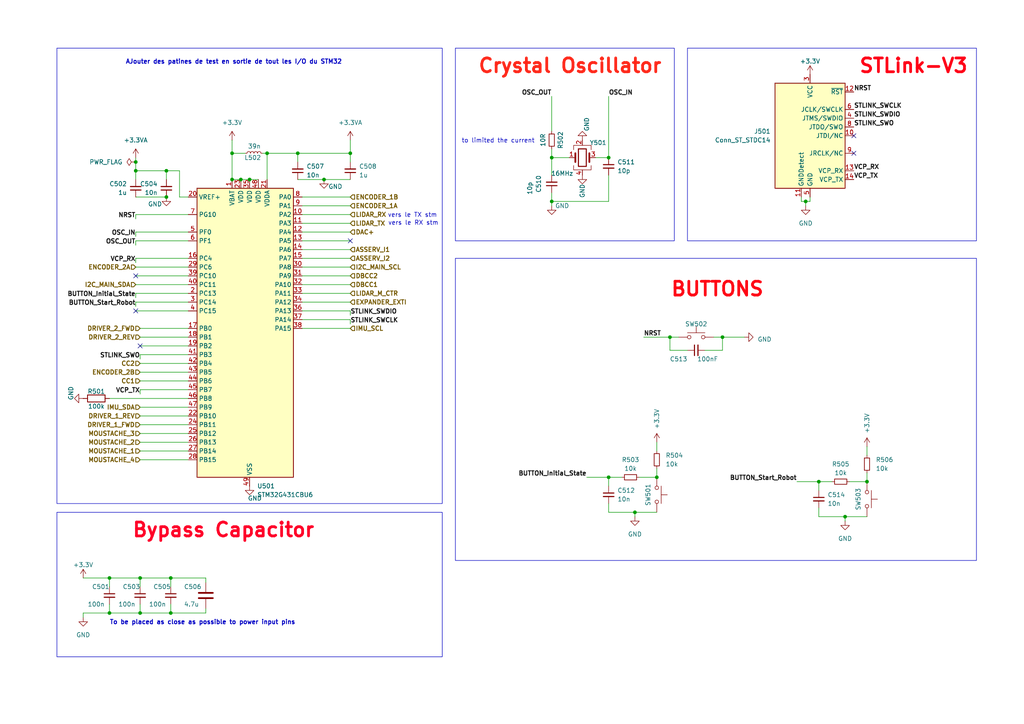
<source format=kicad_sch>
(kicad_sch (version 20231120) (generator "eeschema") (generator_version "8.0")
  (paper "A4")
  (lib_symbols
    (symbol "+3.3V_1" (power) (pin_numbers hide) (pin_names (offset 0) hide)
      (property "Value" "+3.3V" (at 0 3.556 0))
      (symbol "+3.3V_1_0_1"
        (polyline (pts (xy -0.762 1.27) (xy 0 2.54)))
        (polyline (pts (xy 0 0) (xy 0 2.54)))
        (polyline (pts (xy 0 2.54) (xy 0.762 1.27)))
      )
      (symbol "+3.3V_1_1_1"
        (pin power_in line (at 0 0 90) (length 0) (name "~") (number "1"))
      )
    )
    (symbol "Connector:Conn_ST_STDC14"
      (property "Reference" "J" (at -8.89 16.51 0))
      (property "Value" "Conn_ST_STDC14" (at 17.78 16.51 0))
      (symbol "Conn_ST_STDC14_0_1"
        (rectangle (start -10.16 15.24) (end 10.16 -15.24) (stroke (width 0.254)) (fill (type background)))
      )
      (symbol "Conn_ST_STDC14_1_1"
        (pin no_connect line (at -10.16 5.08 0) (length 2.54) hide (name "NC") (number "1"))
        (pin output line (at 12.7 0 180) (length 2.54) (name "JTDI/NC") (number "10"))
        (pin passive line (at -2.54 -17.78 90) (length 2.54) (name "GNDDetect") (number "11"))
        (pin open_collector line (at 12.7 12.7 180) (length 2.54) (name "~{RST}") (number "12"))
        (pin output line (at 12.7 -10.16 180) (length 2.54) (name "VCP_RX") (number "13"))
        (pin input line (at 12.7 -12.7 180) (length 2.54) (name "VCP_TX") (number "14"))
        (pin no_connect line (at -10.16 2.54 0) (length 2.54) hide (name "NC") (number "2"))
        (pin power_in line (at 0 17.78 270) (length 2.54) (name "VCC") (number "3"))
        (pin bidirectional line (at 12.7 5.08 180) (length 2.54) (name "JTMS/SWDIO") (number "4"))
        (pin power_in line (at 0 -17.78 90) (length 2.54) (name "GND") (number "5"))
        (pin output line (at 12.7 7.62 180) (length 2.54) (name "JCLK/SWCLK") (number "6"))
        (pin passive line (at 0 -17.78 90) (length 2.54) hide (name "GND") (number "7"))
        (pin input line (at 12.7 2.54 180) (length 2.54) (name "JTDO/SWO") (number "8"))
        (pin input line (at 12.7 -5.08 180) (length 2.54) (name "JRCLK/NC") (number "9"))
      )
    )
    (symbol "Device:C" (pin_numbers hide) (pin_names (offset 0.254))
      (property "Reference" "C" (at 0.635 2.54 0))
      (property "Value" "C" (at 0.635 -2.54 0))
      (symbol "C_0_1"
        (polyline (pts (xy -2.032 -0.762) (xy 2.032 -0.762)) (stroke (width 0.508)))
        (polyline (pts (xy -2.032 0.762) (xy 2.032 0.762)) (stroke (width 0.508)))
      )
      (symbol "C_1_1"
        (pin passive line (at 0 3.81 270) (length 2.794) (name "~") (number "1"))
        (pin passive line (at 0 -3.81 90) (length 2.794) (name "~") (number "2"))
      )
    )
    (symbol "Device:C_Small" (pin_numbers hide) (pin_names (offset 0.254) hide)
      (property "Reference" "C" (at 0.254 1.778 0))
      (property "Value" "C_Small" (at 0.254 -2.032 0))
      (symbol "C_Small_0_1"
        (polyline (pts (xy -1.524 -0.508) (xy 1.524 -0.508)) (stroke (width 0.3302)))
        (polyline (pts (xy -1.524 0.508) (xy 1.524 0.508)) (stroke (width 0.3048)))
      )
      (symbol "C_Small_1_1"
        (pin passive line (at 0 2.54 270) (length 2.032) (name "~") (number "1"))
        (pin passive line (at 0 -2.54 90) (length 2.032) (name "~") (number "2"))
      )
    )
    (symbol "Device:Crystal_GND24" (pin_names (offset 1.016) hide)
      (property "Reference" "Y" (at 3.175 5.08 0))
      (property "Value" "Crystal_GND24" (at 3.175 3.175 0))
      (symbol "Crystal_GND24_0_1"
        (rectangle (start -1.143 2.54) (end 1.143 -2.54) (stroke (width 0.3048)))
        (polyline (pts (xy -2.54 0) (xy -2.032 0)))
        (polyline (pts (xy -2.032 -1.27) (xy -2.032 1.27)) (stroke (width 0.508)))
        (polyline (pts (xy 0 -3.81) (xy 0 -3.556)))
        (polyline (pts (xy 0 3.556) (xy 0 3.81)))
        (polyline (pts (xy 2.032 -1.27) (xy 2.032 1.27)) (stroke (width 0.508)))
        (polyline (pts (xy 2.032 0) (xy 2.54 0)))
        (polyline (pts (xy -2.54 -2.286) (xy -2.54 -3.556) (xy 2.54 -3.556) (xy 2.54 -2.286)))
        (polyline (pts (xy -2.54 2.286) (xy -2.54 3.556) (xy 2.54 3.556) (xy 2.54 2.286)))
      )
      (symbol "Crystal_GND24_1_1"
        (pin passive line (at -3.81 0 0) (length 1.27) (name "1") (number "1"))
        (pin passive line (at 0 5.08 270) (length 1.27) (name "2") (number "2"))
        (pin passive line (at 3.81 0 180) (length 1.27) (name "3") (number "3"))
        (pin passive line (at 0 -5.08 90) (length 1.27) (name "4") (number "4"))
      )
    )
    (symbol "Device:L_Small" (pin_numbers hide) (pin_names (offset 0.254) hide)
      (property "Reference" "L" (at 0.762 1.016 0))
      (property "Value" "L_Small" (at 0.762 -1.016 0))
      (symbol "L_Small_0_1"
        (arc (start 0 -2.032) (mid 0.5058 -1.524) (end 0 -1.016))
        (arc (start 0 -1.016) (mid 0.5058 -0.508) (end 0 0))
        (arc (start 0 0) (mid 0.5058 0.508) (end 0 1.016))
        (arc (start 0 1.016) (mid 0.5058 1.524) (end 0 2.032))
      )
      (symbol "L_Small_1_1"
        (pin passive line (at 0 2.54 270) (length 0.508) (name "~") (number "1"))
        (pin passive line (at 0 -2.54 90) (length 0.508) (name "~") (number "2"))
      )
    )
    (symbol "Device:R" (pin_numbers hide) (pin_names (offset 0))
      (property "Reference" "R" (at 2.032 0 90))
      (property "Value" "R" (at 0 0 90))
      (symbol "R_0_1"
        (rectangle (start -1.016 -2.54) (end 1.016 2.54) (stroke (width 0.254)))
      )
      (symbol "R_1_1"
        (pin passive line (at 0 3.81 270) (length 1.27) (name "~") (number "1"))
        (pin passive line (at 0 -3.81 90) (length 1.27) (name "~") (number "2"))
      )
    )
    (symbol "Device:R_Small" (pin_numbers hide) (pin_names (offset 0.254) hide)
      (property "Reference" "R" (at 0.762 0.508 0))
      (property "Value" "R_Small" (at 0.762 -1.016 0))
      (symbol "R_Small_0_1"
        (rectangle (start -0.762 1.778) (end 0.762 -1.778) (stroke (width 0.2032)))
      )
      (symbol "R_Small_1_1"
        (pin passive line (at 0 2.54 270) (length 0.762) (name "~") (number "1"))
        (pin passive line (at 0 -2.54 90) (length 0.762) (name "~") (number "2"))
      )
    )
    (symbol "GND_1" (power) (pin_numbers hide) (pin_names (offset 0) hide)
      (property "Value" "GND" (at 0 -3.81 0))
      (symbol "GND_1_0_1"
        (polyline (pts (xy 0 0) (xy 0 -1.27) (xy 1.27 -1.27) (xy 0 -2.54) (xy -1.27 -1.27) (xy 0 -1.27)))
      )
      (symbol "GND_1_1_1"
        (pin power_in line (at 0 0 270) (length 0) (name "~") (number "1"))
      )
    )
    (symbol "GND_2" (power) (pin_numbers hide) (pin_names (offset 0) hide)
      (property "Value" "GND" (at 0 -3.81 0))
      (symbol "GND_2_0_1"
        (polyline (pts (xy 0 0) (xy 0 -1.27) (xy 1.27 -1.27) (xy 0 -2.54) (xy -1.27 -1.27) (xy 0 -1.27)))
      )
      (symbol "GND_2_1_1"
        (pin power_in line (at 0 0 270) (length 0) (name "~") (number "1"))
      )
    )
    (symbol "MCU_ST_STM32G4:STM32G431CBUx"
      (property "Reference" "U" (at -12.7 44.45 0))
      (property "Value" "STM32G431CBUx" (at 10.16 44.45 0))
      (symbol "STM32G431CBUx_0_1"
        (rectangle (start -12.7 -40.64) (end 15.24 43.18) (stroke (width 0.254)) (fill (type background)))
      )
      (symbol "STM32G431CBUx_1_1"
        (pin power_in line (at -2.54 45.72 270) (length 2.54) (name "VBAT") (number "1"))
        (pin bidirectional line (at 17.78 35.56 180) (length 2.54) (name "PA2") (number "10"))
        (pin bidirectional line (at 17.78 33.02 180) (length 2.54) (name "PA3") (number "11"))
        (pin bidirectional line (at 17.78 30.48 180) (length 2.54) (name "PA4") (number "12"))
        (pin bidirectional line (at 17.78 27.94 180) (length 2.54) (name "PA5") (number "13"))
        (pin bidirectional line (at 17.78 25.4 180) (length 2.54) (name "PA6") (number "14"))
        (pin bidirectional line (at 17.78 22.86 180) (length 2.54) (name "PA7") (number "15"))
        (pin bidirectional line (at -15.24 22.86 0) (length 2.54) (name "PC4") (number "16"))
        (pin bidirectional line (at -15.24 2.54 0) (length 2.54) (name "PB0") (number "17"))
        (pin bidirectional line (at -15.24 0 0) (length 2.54) (name "PB1") (number "18"))
        (pin bidirectional line (at -15.24 -2.54 0) (length 2.54) (name "PB2") (number "19"))
        (pin bidirectional line (at -15.24 12.7 0) (length 2.54) (name "PC13") (number "2"))
        (pin input line (at -15.24 40.64 0) (length 2.54) (name "VREF+") (number "20"))
        (pin power_in line (at 7.62 45.72 270) (length 2.54) (name "VDDA") (number "21"))
        (pin bidirectional line (at -15.24 -22.86 0) (length 2.54) (name "PB10") (number "22"))
        (pin power_in line (at 0 45.72 270) (length 2.54) (name "VDD") (number "23"))
        (pin bidirectional line (at -15.24 -25.4 0) (length 2.54) (name "PB11") (number "24"))
        (pin bidirectional line (at -15.24 -27.94 0) (length 2.54) (name "PB12") (number "25"))
        (pin bidirectional line (at -15.24 -30.48 0) (length 2.54) (name "PB13") (number "26"))
        (pin bidirectional line (at -15.24 -33.02 0) (length 2.54) (name "PB14") (number "27"))
        (pin bidirectional line (at -15.24 -35.56 0) (length 2.54) (name "PB15") (number "28"))
        (pin bidirectional line (at -15.24 20.32 0) (length 2.54) (name "PC6") (number "29"))
        (pin bidirectional line (at -15.24 10.16 0) (length 2.54) (name "PC14") (number "3"))
        (pin bidirectional line (at 17.78 20.32 180) (length 2.54) (name "PA8") (number "30"))
        (pin bidirectional line (at 17.78 17.78 180) (length 2.54) (name "PA9") (number "31"))
        (pin bidirectional line (at 17.78 15.24 180) (length 2.54) (name "PA10") (number "32"))
        (pin bidirectional line (at 17.78 12.7 180) (length 2.54) (name "PA11") (number "33"))
        (pin bidirectional line (at 17.78 10.16 180) (length 2.54) (name "PA12") (number "34"))
        (pin power_in line (at 2.54 45.72 270) (length 2.54) (name "VDD") (number "35"))
        (pin bidirectional line (at 17.78 7.62 180) (length 2.54) (name "PA13") (number "36"))
        (pin bidirectional line (at 17.78 5.08 180) (length 2.54) (name "PA14") (number "37"))
        (pin bidirectional line (at 17.78 2.54 180) (length 2.54) (name "PA15") (number "38"))
        (pin bidirectional line (at -15.24 17.78 0) (length 2.54) (name "PC10") (number "39"))
        (pin bidirectional line (at -15.24 7.62 0) (length 2.54) (name "PC15") (number "4"))
        (pin bidirectional line (at -15.24 15.24 0) (length 2.54) (name "PC11") (number "40"))
        (pin bidirectional line (at -15.24 -5.08 0) (length 2.54) (name "PB3") (number "41"))
        (pin bidirectional line (at -15.24 -7.62 0) (length 2.54) (name "PB4") (number "42"))
        (pin bidirectional line (at -15.24 -10.16 0) (length 2.54) (name "PB5") (number "43"))
        (pin bidirectional line (at -15.24 -12.7 0) (length 2.54) (name "PB6") (number "44"))
        (pin bidirectional line (at -15.24 -15.24 0) (length 2.54) (name "PB7") (number "45"))
        (pin bidirectional line (at -15.24 -17.78 0) (length 2.54) (name "PB8") (number "46"))
        (pin bidirectional line (at -15.24 -20.32 0) (length 2.54) (name "PB9") (number "47"))
        (pin power_in line (at 5.08 45.72 270) (length 2.54) (name "VDD") (number "48"))
        (pin power_in line (at 2.54 -43.18 90) (length 2.54) (name "VSS") (number "49"))
        (pin bidirectional line (at -15.24 30.48 0) (length 2.54) (name "PF0") (number "5"))
        (pin bidirectional line (at -15.24 27.94 0) (length 2.54) (name "PF1") (number "6"))
        (pin bidirectional line (at -15.24 35.56 0) (length 2.54) (name "PG10") (number "7"))
        (pin bidirectional line (at 17.78 40.64 180) (length 2.54) (name "PA0") (number "8"))
        (pin bidirectional line (at 17.78 38.1 180) (length 2.54) (name "PA1") (number "9"))
      )
    )
    (symbol "Switch:SW_Push" (pin_numbers hide) (pin_names (offset 1.016) hide)
      (property "Reference" "SW" (at 1.27 2.54 0))
      (property "Value" "SW_Push" (at 0 -1.524 0))
      (symbol "SW_Push_0_1"
        (circle (center -2.032 0) (radius 0.508))
        (polyline (pts (xy 0 1.27) (xy 0 3.048)))
        (polyline (pts (xy 2.54 1.27) (xy -2.54 1.27)))
        (circle (center 2.032 0) (radius 0.508))
        (pin passive line (at -5.08 0 0) (length 2.54) (name "1") (number "1"))
        (pin passive line (at 5.08 0 180) (length 2.54) (name "2") (number "2"))
      )
    )
    (symbol "power:+3.3V" (power) (pin_names (offset 0))
      (property "Value" "+3.3V" (at 0 3.556 0))
      (symbol "+3.3V_0_1"
        (polyline (pts (xy -0.762 1.27) (xy 0 2.54)))
        (polyline (pts (xy 0 0) (xy 0 2.54)))
        (polyline (pts (xy 0 2.54) (xy 0.762 1.27)))
      )
      (symbol "+3.3V_1_1"
        (pin power_in line (at 0 0 90) (length 0) hide (name "+3.3V") (number "1"))
      )
    )
    (symbol "power:+3.3VA" (power) (pin_numbers hide) (pin_names (offset 0) hide)
      (property "Value" "+3.3VA" (at 0 3.556 0))
      (symbol "+3.3VA_0_1"
        (polyline (pts (xy -0.762 1.27) (xy 0 2.54)))
        (polyline (pts (xy 0 0) (xy 0 2.54)))
        (polyline (pts (xy 0 2.54) (xy 0.762 1.27)))
      )
      (symbol "+3.3VA_1_1"
        (pin power_in line (at 0 0 90) (length 0) (name "~") (number "1"))
      )
    )
    (symbol "power:GND" (power) (pin_names (offset 0))
      (property "Value" "GND" (at 0 -3.81 0))
      (symbol "GND_0_1"
        (polyline (pts (xy 0 0) (xy 0 -1.27) (xy 1.27 -1.27) (xy 0 -2.54) (xy -1.27 -1.27) (xy 0 -1.27)))
      )
      (symbol "GND_1_1"
        (pin power_in line (at 0 0 270) (length 0) hide (name "GND") (number "1"))
      )
    )
    (symbol "power:PWR_FLAG" (power) (pin_numbers hide) (pin_names (offset 0) hide)
      (property "Value" "PWR_FLAG" (at 0 3.81 0))
      (symbol "PWR_FLAG_0_0"
        (pin power_out line (at 0 0 90) (length 0) (name "~") (number "1"))
      )
      (symbol "PWR_FLAG_0_1"
        (polyline (pts (xy 0 0) (xy 0 1.27) (xy -1.016 1.905) (xy 0 2.54) (xy 1.016 1.905) (xy 0 1.27)))
      )
    )
  )
  (junction (at 72.39 52.07))
  (junction (at 39.37 46.99))
  (junction (at 31.75 167.64))
  (junction (at 67.31 44.45))
  (junction (at 48.26 57.15))
  (junction (at 93.98 52.07))
  (junction (at 194.31 97.79))
  (junction (at 77.47 44.45))
  (junction (at 31.75 177.8))
  (junction (at 245.11 149.86))
  (junction (at 233.68 58.42))
  (junction (at 48.26 49.53))
  (junction (at 49.53 177.8))
  (junction (at 251.46 139.7))
  (junction (at 209.55 97.79))
  (junction (at 160.02 58.42))
  (junction (at 237.49 139.7))
  (junction (at 86.36 44.45))
  (junction (at 69.85 52.07))
  (junction (at 40.64 167.64))
  (junction (at 101.6 44.45))
  (junction (at 184.15 148.59))
  (junction (at 40.64 177.8))
  (junction (at 67.31 52.07))
  (junction (at 49.53 167.64))
  (junction (at 190.5 138.43))
  (junction (at 160.02 45.72))
  (junction (at 176.53 138.43))
  (junction (at 39.37 49.53))
  (junction (at 176.53 45.72))
  (no_connect (at 247.65 44.45))
  (no_connect (at 39.37 90.17))
  (no_connect (at 39.37 80.01))
  (no_connect (at 247.65 39.37))
  (no_connect (at 101.6 69.85))
  (no_connect (at 40.64 100.33))
  (wire (pts (xy 232.41 58.42) (xy 233.68 58.42)))
  (wire (pts (xy 39.37 67.31) (xy 54.61 67.31)))
  (wire (pts (xy 40.64 123.19) (xy 54.61 123.19)))
  (wire (pts (xy 39.37 69.85) (xy 54.61 69.85)))
  (wire (pts (xy 87.63 72.39) (xy 101.6 72.39)))
  (wire (pts (xy 234.95 58.42) (xy 233.68 58.42)))
  (wire (pts (xy 39.37 80.01) (xy 54.61 80.01)))
  (wire (pts (xy 52.07 57.15) (xy 52.07 49.53)))
  (wire (pts (xy 160.02 27.94) (xy 160.02 38.1)))
  (wire (pts (xy 87.63 82.55) (xy 101.6 82.55)))
  (wire (pts (xy 101.6 40.64) (xy 101.6 44.45)))
  (wire (pts (xy 209.55 97.79) (xy 207.01 97.79)))
  (wire (pts (xy 209.55 97.79) (xy 215.9 97.79)))
  (wire (pts (xy 40.64 118.11) (xy 54.61 118.11)))
  (wire (pts (xy 39.37 77.47) (xy 54.61 77.47)))
  (wire (pts (xy 176.53 138.43) (xy 176.53 140.97)))
  (wire (pts (xy 40.64 97.79) (xy 54.61 97.79)))
  (wire (pts (xy 39.37 46.99) (xy 39.37 49.53)))
  (wire (pts (xy 160.02 58.42) (xy 176.53 58.42)))
  (wire (pts (xy 49.53 177.8) (xy 49.53 175.26)))
  (wire (pts (xy 24.13 177.8) (xy 31.75 177.8)))
  (wire (pts (xy 87.63 90.17) (xy 101.6 90.17)))
  (wire (pts (xy 233.68 58.42) (xy 233.68 59.69)))
  (wire (pts (xy 87.63 59.69) (xy 101.6 59.69)))
  (wire (pts (xy 40.64 177.8) (xy 49.53 177.8)))
  (wire (pts (xy 87.63 92.71) (xy 101.6 92.71)))
  (wire (pts (xy 185.42 138.43) (xy 190.5 138.43)))
  (wire (pts (xy 176.53 27.94) (xy 176.53 45.72)))
  (wire (pts (xy 160.02 45.72) (xy 160.02 43.18)))
  (wire (pts (xy 176.53 138.43) (xy 180.34 138.43)))
  (wire (pts (xy 40.64 95.25) (xy 54.61 95.25)))
  (wire (pts (xy 184.15 149.86) (xy 184.15 148.59)))
  (wire (pts (xy 231.14 139.7) (xy 237.49 139.7)))
  (wire (pts (xy 87.63 77.47) (xy 101.6 77.47)))
  (wire (pts (xy 87.63 69.85) (xy 101.6 69.85)))
  (wire (pts (xy 39.37 68.58) (xy 39.37 67.31)))
  (wire (pts (xy 165.1 45.72) (xy 160.02 45.72)))
  (wire (pts (xy 172.72 45.72) (xy 176.53 45.72)))
  (wire (pts (xy 40.64 104.14) (xy 40.64 102.87)))
  (wire (pts (xy 40.64 105.41) (xy 54.61 105.41)))
  (wire (pts (xy 39.37 87.63) (xy 54.61 87.63)))
  (wire (pts (xy 87.63 64.77) (xy 101.6 64.77)))
  (wire (pts (xy 40.64 107.95) (xy 54.61 107.95)))
  (wire (pts (xy 39.37 52.07) (xy 39.37 49.53)))
  (wire (pts (xy 40.64 113.03) (xy 40.64 114.3)))
  (wire (pts (xy 194.31 101.6) (xy 194.31 97.79)))
  (wire (pts (xy 196.85 97.79) (xy 194.31 97.79)))
  (wire (pts (xy 40.64 128.27) (xy 54.61 128.27)))
  (wire (pts (xy 49.53 167.64) (xy 40.64 167.64)))
  (wire (pts (xy 59.69 176.53) (xy 59.69 177.8)))
  (wire (pts (xy 93.98 52.07) (xy 101.6 52.07)))
  (wire (pts (xy 72.39 52.07) (xy 74.93 52.07)))
  (wire (pts (xy 67.31 44.45) (xy 71.12 44.45)))
  (wire (pts (xy 87.63 85.09) (xy 101.6 85.09)))
  (wire (pts (xy 67.31 40.64) (xy 67.31 44.45)))
  (wire (pts (xy 190.5 128.27) (xy 190.5 130.81)))
  (wire (pts (xy 24.13 167.64) (xy 31.75 167.64)))
  (wire (pts (xy 48.26 57.15) (xy 39.37 57.15)))
  (wire (pts (xy 31.75 167.64) (xy 40.64 167.64)))
  (wire (pts (xy 40.64 167.64) (xy 40.64 170.18)))
  (wire (pts (xy 101.6 93.98) (xy 101.6 92.71)))
  (wire (pts (xy 69.85 52.07) (xy 72.39 52.07)))
  (wire (pts (xy 31.75 177.8) (xy 40.64 177.8)))
  (wire (pts (xy 160.02 45.72) (xy 160.02 50.8)))
  (wire (pts (xy 49.53 170.18) (xy 49.53 167.64)))
  (wire (pts (xy 39.37 85.09) (xy 54.61 85.09)))
  (wire (pts (xy 39.37 71.12) (xy 39.37 69.85)))
  (wire (pts (xy 52.07 49.53) (xy 48.26 49.53)))
  (wire (pts (xy 234.95 58.42) (xy 234.95 57.15)))
  (wire (pts (xy 176.53 148.59) (xy 184.15 148.59)))
  (wire (pts (xy 86.36 44.45) (xy 86.36 46.99)))
  (wire (pts (xy 40.64 120.65) (xy 54.61 120.65)))
  (wire (pts (xy 176.53 146.05) (xy 176.53 148.59)))
  (wire (pts (xy 39.37 62.23) (xy 39.37 63.5)))
  (wire (pts (xy 246.38 139.7) (xy 251.46 139.7)))
  (wire (pts (xy 170.18 138.43) (xy 176.53 138.43)))
  (wire (pts (xy 67.31 44.45) (xy 67.31 52.07)))
  (wire (pts (xy 31.75 167.64) (xy 31.75 170.18)))
  (wire (pts (xy 245.11 151.13) (xy 245.11 149.86)))
  (wire (pts (xy 40.64 110.49) (xy 54.61 110.49)))
  (wire (pts (xy 67.31 52.07) (xy 69.85 52.07)))
  (wire (pts (xy 160.02 55.88) (xy 160.02 58.42)))
  (wire (pts (xy 39.37 74.93) (xy 39.37 76.2)))
  (wire (pts (xy 31.75 175.26) (xy 31.75 177.8)))
  (wire (pts (xy 39.37 87.63) (xy 39.37 88.9)))
  (wire (pts (xy 237.49 139.7) (xy 241.3 139.7)))
  (wire (pts (xy 40.64 113.03) (xy 54.61 113.03)))
  (wire (pts (xy 24.13 177.8) (xy 24.13 179.07)))
  (wire (pts (xy 101.6 91.44) (xy 101.6 90.17)))
  (wire (pts (xy 209.55 101.6) (xy 209.55 97.79)))
  (wire (pts (xy 176.53 50.8) (xy 176.53 58.42)))
  (wire (pts (xy 86.36 44.45) (xy 101.6 44.45)))
  (wire (pts (xy 39.37 85.09) (xy 39.37 86.36)))
  (wire (pts (xy 40.64 100.33) (xy 54.61 100.33)))
  (wire (pts (xy 87.63 95.25) (xy 101.6 95.25)))
  (wire (pts (xy 39.37 45.72) (xy 39.37 46.99)))
  (wire (pts (xy 199.39 101.6) (xy 194.31 101.6)))
  (wire (pts (xy 40.64 125.73) (xy 54.61 125.73)))
  (wire (pts (xy 40.64 175.26) (xy 40.64 177.8)))
  (wire (pts (xy 76.2 44.45) (xy 77.47 44.45)))
  (wire (pts (xy 87.63 67.31) (xy 101.6 67.31)))
  (wire (pts (xy 31.75 115.57) (xy 54.61 115.57)))
  (wire (pts (xy 39.37 82.55) (xy 54.61 82.55)))
  (wire (pts (xy 237.49 149.86) (xy 245.11 149.86)))
  (wire (pts (xy 87.63 62.23) (xy 101.6 62.23)))
  (wire (pts (xy 237.49 139.7) (xy 237.49 142.24)))
  (wire (pts (xy 39.37 90.17) (xy 54.61 90.17)))
  (wire (pts (xy 86.36 52.07) (xy 93.98 52.07)))
  (wire (pts (xy 39.37 62.23) (xy 54.61 62.23)))
  (wire (pts (xy 59.69 167.64) (xy 49.53 167.64)))
  (wire (pts (xy 101.6 46.99) (xy 101.6 44.45)))
  (wire (pts (xy 190.5 135.89) (xy 190.5 138.43)))
  (wire (pts (xy 237.49 147.32) (xy 237.49 149.86)))
  (wire (pts (xy 87.63 87.63) (xy 101.6 87.63)))
  (wire (pts (xy 59.69 167.64) (xy 59.69 168.91)))
  (wire (pts (xy 251.46 129.54) (xy 251.46 132.08)))
  (wire (pts (xy 160.02 58.42) (xy 160.02 59.69)))
  (wire (pts (xy 59.69 177.8) (xy 49.53 177.8)))
  (wire (pts (xy 77.47 44.45) (xy 86.36 44.45)))
  (wire (pts (xy 48.26 49.53) (xy 48.26 52.07)))
  (wire (pts (xy 77.47 44.45) (xy 77.47 52.07)))
  (wire (pts (xy 87.63 80.01) (xy 101.6 80.01)))
  (wire (pts (xy 204.47 101.6) (xy 209.55 101.6)))
  (wire (pts (xy 40.64 130.81) (xy 54.61 130.81)))
  (wire (pts (xy 48.26 49.53) (xy 39.37 49.53)))
  (wire (pts (xy 87.63 57.15) (xy 101.6 57.15)))
  (wire (pts (xy 52.07 57.15) (xy 54.61 57.15)))
  (wire (pts (xy 87.63 74.93) (xy 101.6 74.93)))
  (wire (pts (xy 194.31 97.79) (xy 186.69 97.79)))
  (wire (pts (xy 251.46 137.16) (xy 251.46 139.7)))
  (wire (pts (xy 40.64 133.35) (xy 54.61 133.35)))
  (wire (pts (xy 232.41 58.42) (xy 232.41 57.15)))
  (wire (pts (xy 245.11 149.86) (xy 251.46 149.86)))
  (wire (pts (xy 184.15 148.59) (xy 190.5 148.59)))
  (wire (pts (xy 40.64 102.87) (xy 54.61 102.87)))
  (wire (pts (xy 39.37 74.93) (xy 54.61 74.93)))
  (rectangle (start 16.51 148.59) (end 128.27 190.5))
  (rectangle (start 199.39 13.97) (end 283.21 69.85))
  (rectangle (start 16.51 13.97) (end 128.27 146.05))
  (rectangle (start 132.08 74.93) (end 283.21 162.56))
  (rectangle (start 132.08 13.97) (end 195.58 69.85))
  (text "Bypass Capacitor" (at 38.1 156.21 0) (effects (font (size 4 4) (thickness 0.8) (bold yes)) (justify left bottom)))
  (text "to limited the current \n" (at 133.858 41.656 0) (effects (font (size 1.27 1.27)) (justify left bottom)))
  (text "vers le TX stm\n" (at 119.634 62.484 0) (effects (font (size 1.27 1.27))))
  (text "vers le RX stm\n" (at 119.888 64.77 0) (effects (font (size 1.27 1.27))))
  (text "BUTTONS" (at 194.31 86.36 0) (effects (font (size 4 4) (bold yes)) (justify left bottom)))
  (text "AJouter des patines de test en sortie de tout les I/O du STM32\n" (at 67.818 18.034 0) (effects (font (size 1.27 1.27) (thickness 0.254) (bold yes))))
  (text "To be placed as close as possible to power input pins\n\n\n" (at 31.75 185.42 0) (effects (font (size 1.27 1.27) (bold yes)) (justify left bottom)))
  (text "Crystal Oscillator" (at 138.43 21.59 0) (effects (font (size 4 4) (thickness 0.8) (bold yes)) (justify left bottom)))
  (text "STLink-V3\n" (at 248.92 21.59 0) (effects (font (size 4 4) (bold yes)) (justify left bottom)))
  (label "NRST" (at 39.37 63.5 180) (effects (font (thickness 0.254) (bold yes))))
  (label "VCP_RX" (at 39.37 76.2 180) (effects (font (thickness 0.254) (bold yes))))
  (label "NRST" (at 247.65 26.67 0) (effects (font (bold yes))))
  (label "BUTTON_Start_Robot" (at 231.14 139.7 180) (effects (font (bold yes))))
  (label "STLINK_SWO" (at 247.65 36.83 0) (effects (font (bold yes))))
  (label "BUTTON_Initial_State" (at 39.37 86.36 180) (effects (font (bold yes))))
  (label "NRST" (at 186.69 97.79 0) (effects (font (bold yes))))
  (label "OSC_OUT" (at 160.02 27.94 180) (effects (font (bold yes))))
  (label "STLINK_SWCLK" (at 101.6 93.98 0) (effects (font (thickness 0.254) (bold yes))))
  (label "STLINK_SWCLK" (at 247.65 31.75 0) (effects (font (bold yes))))
  (label "VCP_TX" (at 247.65 52.07 0) (effects (font (bold yes))))
  (label "OSC_IN" (at 176.53 27.94 0) (effects (font (bold yes))))
  (label "OSC_IN" (at 39.37 68.58 180) (effects (font (thickness 0.254) (bold yes))))
  (label "STLINK_SWO" (at 40.64 104.14 180) (effects (font (thickness 0.254) (bold yes))))
  (label "STLINK_SWDIO" (at 101.6 91.44 0) (effects (font (bold yes))))
  (label "BUTTON_Start_Robot" (at 39.37 88.9 180) (effects (font (bold yes))))
  (label "BUTTON_Initial_State" (at 170.18 138.43 180) (effects (font (bold yes))))
  (label "STLINK_SWDIO" (at 247.65 34.29 0) (effects (font (bold yes))))
  (label "VCP_RX" (at 247.65 49.53 0) (effects (font (bold yes))))
  (label "VCP_TX" (at 40.64 114.3 180) (effects (font (thickness 0.254) (bold yes))))
  (label "OSC_OUT" (at 39.37 71.12 180) (effects (font (thickness 0.254) (bold yes))))
  (hierarchical_label "MOUSTACHE_4" (shape input) (at 40.64 133.35 180) (effects (font (thickness 0.254) (bold yes))))
  (hierarchical_label "MOUSTACHE_2" (shape input) (at 40.64 128.27 180) (effects (font (thickness 0.254) (bold yes))))
  (hierarchical_label "CC2" (shape input) (at 40.64 105.41 180) (effects (font (thickness 0.254) (bold yes))))
  (hierarchical_label "ENCODER_2A" (shape input) (at 39.37 77.47 180) (effects (font (thickness 0.254) (bold yes))))
  (hierarchical_label "DAC+" (shape input) (at 101.6 67.31 0) (effects (font (thickness 0.254) (bold yes))))
  (hierarchical_label "DRIVER_1_FWD" (shape input) (at 40.64 123.19 180) (effects (font (thickness 0.254) (bold yes))))
  (hierarchical_label "DRIVER_1_REV" (shape input) (at 40.64 120.65 180) (effects (font (thickness 0.254) (bold yes))))
  (hierarchical_label "MOUSTACHE_3" (shape input) (at 40.64 125.73 180) (effects (font (thickness 0.254) (bold yes))))
  (hierarchical_label "LIDAR_M_CTR" (shape input) (at 101.6 85.09 0) (effects (font (thickness 0.254) (bold yes))))
  (hierarchical_label "ENCODER_1A" (shape input) (at 101.6 59.69 0) (effects (font (thickness 0.254) (bold yes))))
  (hierarchical_label "CC1" (shape input) (at 40.64 110.49 180) (effects (font (thickness 0.254) (bold yes))))
  (hierarchical_label "I2C_MAIN_SCL" (shape input) (at 101.6 77.47 0) (effects (font (thickness 0.254) (bold yes))))
  (hierarchical_label "LIDAR_RX" (shape input) (at 101.6 62.23 0) (effects (font (thickness 0.254) (bold yes))))
  (hierarchical_label "DBCC1" (shape input) (at 101.6 82.55 0) (effects (font (thickness 0.254) (bold yes))))
  (hierarchical_label "ENCODER_2B" (shape input) (at 40.64 107.95 180) (effects (font (thickness 0.254) (bold yes))))
  (hierarchical_label "MOUSTACHE_1" (shape input) (at 40.64 130.81 180) (effects (font (thickness 0.254) (bold yes))))
  (hierarchical_label "DRIVER_2_FWD" (shape input) (at 40.64 95.25 180) (effects (font (thickness 0.254) (bold yes))))
  (hierarchical_label "EXPANDER_EXTI" (shape input) (at 101.6 87.63 0) (effects (font (thickness 0.254) (bold yes))))
  (hierarchical_label "ASSERV_I2" (shape input) (at 101.6 74.93 0) (effects (font (thickness 0.254) (bold yes))))
  (hierarchical_label "ASSERV_I1" (shape input) (at 101.6 72.39 0) (effects (font (thickness 0.254) (bold yes))))
  (hierarchical_label "DRIVER_2_REV" (shape input) (at 40.64 97.79 180) (effects (font (thickness 0.254) (bold yes))))
  (hierarchical_label "IMU_SCL" (shape input) (at 101.6 95.25 0) (effects (font (thickness 0.254) (bold yes))))
  (hierarchical_label "ENCODER_1B" (shape input) (at 101.6 57.15 0) (effects (font (thickness 0.254) (bold yes))))
  (hierarchical_label "LIDAR_TX" (shape input) (at 101.6 64.77 0) (effects (font (thickness 0.254) (bold yes))))
  (hierarchical_label "I2C_MAIN_SDA" (shape input) (at 39.37 82.55 180) (effects (font (thickness 0.254) (bold yes))))
  (hierarchical_label "DBCC2" (shape input) (at 101.6 80.01 0) (effects (font (thickness 0.254) (bold yes))))
  (hierarchical_label "IMU_SDA" (shape input) (at 40.64 118.11 180) (effects (font (thickness 0.254) (bold yes))))
  (symbol (lib_id "power:+3.3VA") (at 39.37 45.72 0) (unit 1)
    (property "Reference" "#PWR0504" (effects (hide yes)))
    (property "Value" "+3.3VA" (at 39.37 40.64 0))
    (property "Description" "Power symbol creates a global label with name \"+3.3VA\"" (effects (hide yes)))
  )
  (symbol (lib_id "Device:R_Small") (at 251.46 134.62 0) (unit 1)
    (property "Reference" "R506" (at 254 133.3499 0) (effects (justify left)))
    (property "Value" "10k" (at 254 135.8899 0) (effects (justify left)))
    (property "Footprint" "Resistor_SMD:R_0402_1005Metric" (effects (hide yes)))
    (property "Description" "Resistor, small symbol" (effects (hide yes)))
  )
  (symbol (lib_id "Device:C_Small") (at 39.37 54.61 0) (mirror x) (unit 1)
    (property "Reference" "C502" (at 36.83 53.3335 0) (effects (justify right)))
    (property "Value" "1u" (at 36.83 55.8735 0) (effects (justify right)))
    (property "Footprint" "Capacitor_SMD:C_0603_1608Metric" (effects (hide yes)))
    (property "Description" "Unpolarized capacitor, small symbol" (effects (hide yes)))
  )
  (symbol (lib_id "Device:C_Small") (at 176.53 48.26 0) (unit 1)
    (property "Reference" "C511" (at 179.07 46.9962 0) (effects (justify left)))
    (property "Value" "10p" (at 179.07 49.5362 0) (effects (justify left)))
    (property "Footprint" "Capacitor_SMD:C_0402_1005Metric" (effects (hide yes)))
  )
  (symbol (lib_id "Switch:SW_Push") (at 201.93 97.79 0) (unit 1)
    (property "Reference" "SW502" (at 201.93 93.98 0))
    (property "Value" "SW_Push" (effects (hide yes)))
    (property "Footprint" "Button_Switch_SMD:SW_Push_1P1T_NO_6x6mm_H9.5mm" (effects (hide yes)))
    (property "Height" "1206" (effects (hide yes)))
  )
  (symbol (lib_id "power:+3.3V") (at 24.13 167.64 0) (unit 1)
    (property "Reference" "#PWR0502" (effects (hide yes)))
    (property "Value" "+3.3V" (at 24.13 163.83 0))
  )
  (symbol (lib_id "power:GND") (at 24.13 179.07 0) (unit 1)
    (property "Reference" "#PWR0503" (effects (hide yes)))
    (property "Value" "GND" (at 24.13 184.15 0))
  )
  (symbol (lib_name "GND_2") (lib_id "power:GND") (at 93.98 52.07 0) (unit 1)
    (property "Reference" "#PWR0509" (effects (hide yes)))
    (property "Value" "GND" (at 97.282 54.102 0))
    (property "Description" "Power symbol creates a global label with name \"GND\" , ground" (effects (hide yes)))
  )
  (symbol (lib_id "Device:R") (at 27.94 115.57 90) (mirror x) (unit 1)
    (property "Reference" "R501" (at 27.94 113.538 90))
    (property "Value" "100k" (at 27.94 117.856 90))
    (property "Footprint" "Resistor_SMD:R_0402_1005Metric" (effects (hide yes)))
    (property "Description" "Resistor" (effects (hide yes)))
  )
  (symbol (lib_id "Device:C_Small") (at 201.93 101.6 90) (unit 1)
    (property "Reference" "C513" (at 199.39 104.14 90) (effects (justify left)))
    (property "Value" "100nF" (at 208.28 104.14 90) (effects (justify left)))
    (property "Footprint" "Capacitor_SMD:C_0402_1005Metric" (effects (hide yes)))
  )
  (symbol (lib_id "power:GND") (at 215.9 97.79 90) (unit 1)
    (property "Reference" "#PWR0517" (effects (hide yes)))
    (property "Value" "GND" (at 219.71 98.425 90) (effects (justify right)))
  )
  (symbol (lib_id "power:+3.3V") (at 251.46 129.54 0) (unit 1)
    (property "Reference" "#PWR0521" (effects (hide yes)))
    (property "Value" "+3.3V" (at 251.4601 125.73 90) (effects (justify left)))
  )
  (symbol (lib_id "power:GND") (at 233.68 59.69 0) (unit 1)
    (property "Reference" "#PWR0518" (effects (hide yes)))
    (property "Value" "GND" (at 233.68 64.77 0))
  )
  (symbol (lib_id "Device:C_Small") (at 49.53 172.72 0) (unit 1)
    (property "Reference" "C505" (at 44.45 170.18 0) (effects (justify left)))
    (property "Value" "100n" (at 43.18 175.26 0) (effects (justify left)))
    (property "Footprint" "Capacitor_SMD:C_0402_1005Metric" (effects (hide yes)))
  )
  (symbol (lib_id "Switch:SW_Push") (at 190.5 143.51 270) (mirror x) (unit 1)
    (property "Reference" "SW501" (at 187.96 143.51 0))
    (property "Value" "SW_Push" (effects (hide yes)))
    (property "Footprint" "Button_Switch_SMD:SW_Push_1P1T_NO_6x6mm_H9.5mm" (effects (hide yes)))
    (property "Height" "1206" (effects (hide yes)))
  )
  (symbol (lib_id "Switch:SW_Push") (at 251.46 144.78 270) (mirror x) (unit 1)
    (property "Reference" "SW503" (at 248.92 144.78 0))
    (property "Value" "SW_Push" (effects (hide yes)))
    (property "Footprint" "Button_Switch_SMD:SW_Push_1P1T_NO_6x6mm_H9.5mm" (effects (hide yes)))
    (property "Height" "1206" (effects (hide yes)))
  )
  (symbol (lib_id "Device:C_Small") (at 31.75 172.72 0) (unit 1)
    (property "Reference" "C501" (at 26.67 170.18 0) (effects (justify left)))
    (property "Value" "100n" (at 25.4 175.26 0) (effects (justify left)))
    (property "Footprint" "Capacitor_SMD:C_0402_1005Metric" (effects (hide yes)))
  )
  (symbol (lib_id "power:GND") (at 168.91 40.64 180) (unit 1)
    (property "Reference" "#PWR0513" (effects (hide yes)))
    (property "Value" "GND" (at 170.18 38.1 90) (effects (justify right)))
  )
  (symbol (lib_id "Device:C_Small") (at 160.02 53.34 180) (unit 1)
    (property "Reference" "C510" (at 156.21 53.34 90))
    (property "Value" "10p" (at 153.67 54.61 90))
    (property "Footprint" "Capacitor_SMD:C_0402_1005Metric" (effects (hide yes)))
  )
  (symbol (lib_id "Connector:Conn_ST_STDC14") (at 234.95 39.37 0) (unit 1)
    (property "Reference" "J501" (at 223.52 38.0999 0) (effects (justify right)))
    (property "Value" "Conn_ST_STDC14" (at 223.52 40.6399 0) (effects (justify right)))
    (property "Footprint" "Connector_PinHeader_1.27mm:PinHeader_2x07_P1.27mm_Vertical_SMD" (effects (hide yes)))
    (property "Datasheet" "https://www.st.com/content/ccc/resource/technical/document/user_manual/group1/99/49/91/b6/b2/3a/46/e5/DM00526767/files/DM00526767.pdf/jcr:content/translations/en.DM00526767.pdf" (effects (hide yes)))
    (property "Description" "ST Debug Connector, standard ARM Cortex-M SWD and JTAG interface plus UART" (effects (hide yes)))
  )
  (symbol (lib_id "Device:Crystal_GND24") (at 168.91 45.72 0) (unit 1)
    (property "Reference" "Y501" (at 173.482 41.402 0))
    (property "Value" "16MHz" (at 163.068 50.292 0))
    (property "Footprint" "Crystal:Crystal_SMD_EuroQuartz_MT-4Pin_3.2x2.5mm" (effects (hide yes)))
    (property "Datasheet" "https://www.farnell.com/datasheets/3820205.pdf" (effects (hide yes)))
    (property "Manufacturer_Name" "ZXBM5210-SP-13" (effects (hide yes)))
    (property "Mouser Part Number" "2853935" (effects (hide yes)))
    (property "Manufacturer_Part_Number" "Diodes Incorporated " (effects (hide yes)))
  )
  (symbol (lib_name "GND_1") (lib_id "power:GND") (at 24.13 115.57 270) (mirror x) (unit 1)
    (property "Reference" "#PWR0501" (effects (hide yes)))
    (property "Value" "GND" (at 20.574 114.046 0))
    (property "Description" "Power symbol creates a global label with name \"GND\" , ground" (effects (hide yes)))
  )
  (symbol (lib_id "Device:C_Small") (at 101.6 49.53 180) (unit 1)
    (property "Reference" "C508" (at 104.14 48.2535 0) (effects (justify right)))
    (property "Value" "1u" (at 104.14 50.7935 0) (effects (justify right)))
    (property "Footprint" "Capacitor_SMD:C_0603_1608Metric" (effects (hide yes)))
    (property "Description" "Unpolarized capacitor, small symbol" (effects (hide yes)))
  )
  (symbol (lib_id "power:GND") (at 184.15 149.86 0) (unit 1)
    (property "Reference" "#PWR0515" (effects (hide yes)))
    (property "Value" "GND" (at 184.15 154.94 0))
    (property "Description" "Power symbol creates a global label with name \"GND\" , ground" (effects (hide yes)))
  )
  (symbol (lib_id "Device:C_Small") (at 176.53 143.51 0) (unit 1)
    (property "Reference" "C512" (at 179.07 142.2462 0) (effects (justify left)))
    (property "Value" "10n" (at 179.07 144.7862 0) (effects (justify left)))
    (property "Footprint" "Capacitor_SMD:C_0402_1005Metric" (effects (hide yes)))
    (property "Description" "Unpolarized capacitor, small symbol" (effects (hide yes)))
  )
  (symbol (lib_id "Device:C_Small") (at 86.36 49.53 180) (unit 1)
    (property "Reference" "C507" (at 88.9 48.2535 0) (effects (justify right)))
    (property "Value" "10n" (at 88.9 50.7935 0) (effects (justify right)))
    (property "Footprint" "Capacitor_SMD:C_0402_1005Metric" (effects (hide yes)))
    (property "Description" "Unpolarized capacitor, small symbol" (effects (hide yes)))
  )
  (symbol (lib_id "Device:C_Small") (at 237.49 144.78 0) (unit 1)
    (property "Reference" "C514" (at 240.03 143.5162 0) (effects (justify left)))
    (property "Value" "10n" (at 240.03 146.0562 0) (effects (justify left)))
    (property "Footprint" "Capacitor_SMD:C_0402_1005Metric" (effects (hide yes)))
    (property "Description" "Unpolarized capacitor, small symbol" (effects (hide yes)))
  )
  (symbol (lib_id "MCU_ST_STM32G4:STM32G431CBUx") (at 69.85 97.79 0) (unit 1)
    (property "Reference" "U501" (at 74.5841 140.97 0) (effects (justify left)))
    (property "Value" "STM32G431CBU6" (at 74.5841 143.51 0) (effects (justify left)))
    (property "Footprint" "Package_DFN_QFN:QFN-48-1EP_7x7mm_P0.5mm_EP5.1x5.1mm" (effects (hide yes)))
    (property "Datasheet" "https://www.st.com/resource/en/datasheet/stm32g431cb.pdf" (effects (hide yes)))
    (property "Description" "STMicroelectronics Arm Cortex-M4 MCU, 128KB flash, 32KB RAM, 170 MHz, 1.71-3.6V, 42 GPIO, UFQFPN48" (effects (hide yes)))
  )
  (symbol (lib_id "Device:R_Small") (at 243.84 139.7 90) (unit 1)
    (property "Reference" "R505" (at 243.84 134.62 90))
    (property "Value" "10k" (at 243.84 137.16 90))
    (property "Footprint" "Resistor_SMD:R_0402_1005Metric" (effects (hide yes)))
    (property "Description" "Resistor, small symbol" (effects (hide yes)))
  )
  (symbol (lib_id "power:GND") (at 160.02 59.69 0) (unit 1)
    (property "Reference" "#PWR0512" (effects (hide yes)))
    (property "Value" "GND" (at 165.1 59.69 0) (effects (justify right)))
  )
  (symbol (lib_id "power:+3.3V") (at 234.95 21.59 0) (unit 1)
    (property "Reference" "#PWR0519" (effects (hide yes)))
    (property "Value" "+3.3V" (at 234.95 17.78 0))
  )
  (symbol (lib_name "GND_1") (lib_id "power:GND") (at 72.39 140.97 0) (unit 1)
    (property "Reference" "#PWR0507" (effects (hide yes)))
    (property "Value" "GND" (at 73.914 144.526 0))
    (property "Description" "Power symbol creates a global label with name \"GND\" , ground" (effects (hide yes)))
  )
  (symbol (lib_id "Device:R_Small") (at 182.88 138.43 90) (unit 1)
    (property "Reference" "R503" (at 182.88 133.35 90))
    (property "Value" "10k" (at 182.88 135.89 90))
    (property "Footprint" "Resistor_SMD:R_0402_1005Metric" (effects (hide yes)))
    (property "Description" "Resistor, small symbol" (effects (hide yes)))
  )
  (symbol (lib_id "power:GND") (at 245.11 151.13 0) (unit 1)
    (property "Reference" "#PWR0520" (effects (hide yes)))
    (property "Value" "GND" (at 245.11 156.21 0))
    (property "Description" "Power symbol creates a global label with name \"GND\" , ground" (effects (hide yes)))
  )
  (symbol (lib_id "power:+3.3V") (at 190.5 128.27 0) (unit 1)
    (property "Reference" "#PWR0516" (effects (hide yes)))
    (property "Value" "+3.3V" (at 190.5001 124.46 90) (effects (justify left)))
  )
  (symbol (lib_id "Device:C_Small") (at 40.64 172.72 0) (unit 1)
    (property "Reference" "C503" (at 35.56 170.18 0) (effects (justify left)))
    (property "Value" "100n" (at 34.29 175.26 0) (effects (justify left)))
    (property "Footprint" "Capacitor_SMD:C_0402_1005Metric" (effects (hide yes)))
  )
  (symbol (lib_id "Device:C") (at 59.69 172.72 0) (unit 1)
    (property "Reference" "C506" (at 53.34 170.18 0) (effects (justify left)))
    (property "Value" "4.7u" (at 53.34 175.26 0) (effects (justify left)))
    (property "Footprint" "Capacitor_SMD:C_0603_1608Metric" (effects (hide yes)))
  )
  (symbol (lib_name "GND_2") (lib_id "power:GND") (at 48.26 57.15 0) (mirror y) (unit 1)
    (property "Reference" "#PWR0505" (effects (hide yes)))
    (property "Value" "GND" (at 44.958 59.182 0))
    (property "Description" "Power symbol creates a global label with name \"GND\" , ground" (effects (hide yes)))
  )
  (symbol (lib_id "power:PWR_FLAG") (at 39.37 46.99 90) (unit 1)
    (property "Reference" "#FLG0501" (effects (hide yes)))
    (property "Value" "PWR_FLAG" (at 35.56 46.9899 90) (effects (justify left)))
    (property "Description" "Special symbol for telling ERC where power comes from" (effects (hide yes)))
  )
  (symbol (lib_id "power:+3.3VA") (at 101.6 40.64 0) (unit 1)
    (property "Reference" "#PWR0510" (effects (hide yes)))
    (property "Value" "+3.3VA" (at 101.6 35.56 0))
    (property "Description" "Power symbol creates a global label with name \"+3.3VA\"" (effects (hide yes)))
  )
  (symbol (lib_id "power:GND") (at 168.91 50.8 0) (unit 1)
    (property "Reference" "#PWR0514" (effects (hide yes)))
    (property "Value" "GND" (at 168.91 53.34 90) (effects (justify right)))
  )
  (symbol (lib_name "+3.3V_1") (lib_id "power:+3.3V") (at 67.31 40.64 0) (unit 1)
    (property "Reference" "#PWR0506" (effects (hide yes)))
    (property "Value" "+3.3V" (at 67.31 35.56 0))
    (property "Description" "Power symbol creates a global label with name \"+3.3V\"" (effects (hide yes)))
  )
  (symbol (lib_id "Device:L_Small") (at 73.66 44.45 270) (mirror x) (unit 1)
    (property "Reference" "L502" (at 70.866 45.72 90) (effects (justify left)))
    (property "Value" "39n" (at 71.882 42.418 90) (effects (justify left)))
    (property "Footprint" "Inductor_SMD:L_0603_1608Metric_Pad1.05x0.95mm_HandSolder" (effects (hide yes)))
    (property "Description" "Inductor, small symbol" (effects (hide yes)))
  )
  (symbol (lib_id "Device:R_Small") (at 190.5 133.35 0) (unit 1)
    (property "Reference" "R504" (at 193.04 132.0799 0) (effects (justify left)))
    (property "Value" "10k" (at 193.04 134.6199 0) (effects (justify left)))
    (property "Footprint" "Resistor_SMD:R_0402_1005Metric" (effects (hide yes)))
    (property "Description" "Resistor, small symbol" (effects (hide yes)))
  )
  (symbol (lib_id "Device:C_Small") (at 48.26 54.61 0) (mirror x) (unit 1)
    (property "Reference" "C504" (at 45.72 53.3335 0) (effects (justify right)))
    (property "Value" "10n" (at 45.72 55.8735 0) (effects (justify right)))
    (property "Footprint" "Capacitor_SMD:C_0402_1005Metric" (effects (hide yes)))
    (property "Description" "Unpolarized capacitor, small symbol" (effects (hide yes)))
  )
  (symbol (lib_id "Device:R_Small") (at 160.02 40.64 0) (unit 1)
    (property "Reference" "R502" (at 162.56 40.64 90))
    (property "Value" "10R" (at 157.48 40.64 90))
    (property "Footprint" "Resistor_SMD:R_0402_1005Metric" (effects (hide yes)))
    (property "Height" "0603" (effects (hide yes)))
  )
)
</source>
